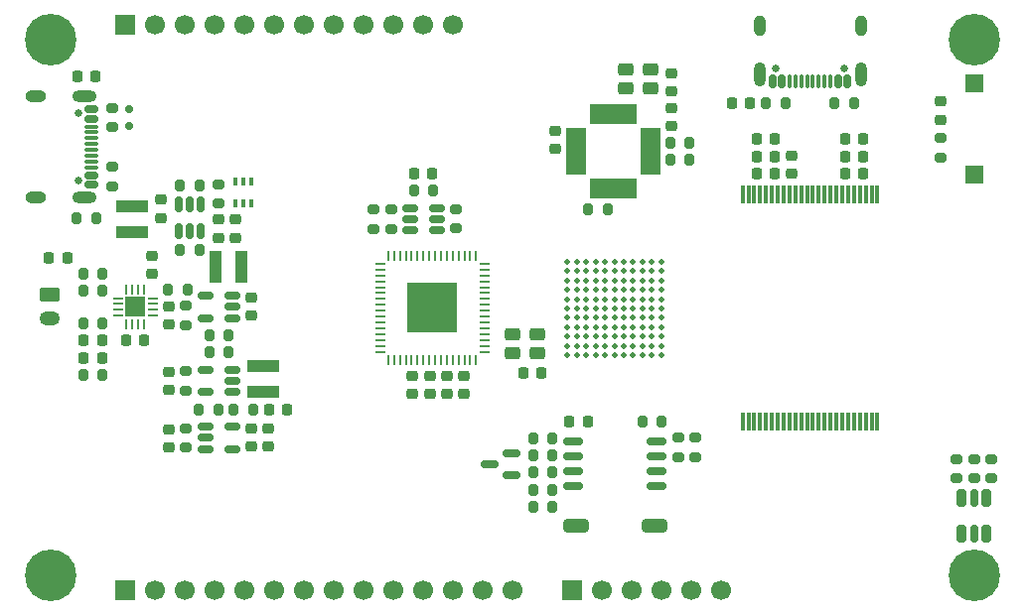
<source format=gbr>
%TF.GenerationSoftware,KiCad,Pcbnew,9.0.3*%
%TF.CreationDate,2025-11-22T17:05:10-05:00*%
%TF.ProjectId,SeedSBC_rev2_0,53656564-5342-4435-9f72-6576325f302e,rev?*%
%TF.SameCoordinates,Original*%
%TF.FileFunction,Soldermask,Top*%
%TF.FilePolarity,Negative*%
%FSLAX46Y46*%
G04 Gerber Fmt 4.6, Leading zero omitted, Abs format (unit mm)*
G04 Created by KiCad (PCBNEW 9.0.3) date 2025-11-22 17:05:10*
%MOMM*%
%LPD*%
G01*
G04 APERTURE LIST*
G04 Aperture macros list*
%AMRoundRect*
0 Rectangle with rounded corners*
0 $1 Rounding radius*
0 $2 $3 $4 $5 $6 $7 $8 $9 X,Y pos of 4 corners*
0 Add a 4 corners polygon primitive as box body*
4,1,4,$2,$3,$4,$5,$6,$7,$8,$9,$2,$3,0*
0 Add four circle primitives for the rounded corners*
1,1,$1+$1,$2,$3*
1,1,$1+$1,$4,$5*
1,1,$1+$1,$6,$7*
1,1,$1+$1,$8,$9*
0 Add four rect primitives between the rounded corners*
20,1,$1+$1,$2,$3,$4,$5,0*
20,1,$1+$1,$4,$5,$6,$7,0*
20,1,$1+$1,$6,$7,$8,$9,0*
20,1,$1+$1,$8,$9,$2,$3,0*%
G04 Aperture macros list end*
%ADD10RoundRect,0.200000X0.275000X-0.200000X0.275000X0.200000X-0.275000X0.200000X-0.275000X-0.200000X0*%
%ADD11RoundRect,0.200000X0.200000X0.275000X-0.200000X0.275000X-0.200000X-0.275000X0.200000X-0.275000X0*%
%ADD12RoundRect,0.200000X-0.275000X0.200000X-0.275000X-0.200000X0.275000X-0.200000X0.275000X0.200000X0*%
%ADD13RoundRect,0.250000X-0.400000X-0.300000X0.400000X-0.300000X0.400000X0.300000X-0.400000X0.300000X0*%
%ADD14RoundRect,0.225000X-0.225000X-0.250000X0.225000X-0.250000X0.225000X0.250000X-0.225000X0.250000X0*%
%ADD15RoundRect,0.218750X-0.256250X0.218750X-0.256250X-0.218750X0.256250X-0.218750X0.256250X0.218750X0*%
%ADD16RoundRect,0.225000X-0.250000X0.225000X-0.250000X-0.225000X0.250000X-0.225000X0.250000X0.225000X0*%
%ADD17RoundRect,0.200000X-0.200000X-0.275000X0.200000X-0.275000X0.200000X0.275000X-0.200000X0.275000X0*%
%ADD18RoundRect,0.150000X0.512500X0.150000X-0.512500X0.150000X-0.512500X-0.150000X0.512500X-0.150000X0*%
%ADD19C,0.500000*%
%ADD20RoundRect,0.150000X-0.200000X0.150000X-0.200000X-0.150000X0.200000X-0.150000X0.200000X0.150000X0*%
%ADD21RoundRect,0.225000X0.250000X-0.225000X0.250000X0.225000X-0.250000X0.225000X-0.250000X-0.225000X0*%
%ADD22RoundRect,0.225000X0.225000X0.250000X-0.225000X0.250000X-0.225000X-0.250000X0.225000X-0.250000X0*%
%ADD23RoundRect,0.150000X0.587500X0.150000X-0.587500X0.150000X-0.587500X-0.150000X0.587500X-0.150000X0*%
%ADD24C,0.700000*%
%ADD25C,4.400000*%
%ADD26C,0.650000*%
%ADD27RoundRect,0.150000X-0.425000X0.150000X-0.425000X-0.150000X0.425000X-0.150000X0.425000X0.150000X0*%
%ADD28RoundRect,0.075000X-0.500000X0.075000X-0.500000X-0.075000X0.500000X-0.075000X0.500000X0.075000X0*%
%ADD29O,2.100000X1.000000*%
%ADD30O,1.800000X1.000000*%
%ADD31R,1.000000X2.700000*%
%ADD32R,2.700000X1.000000*%
%ADD33RoundRect,0.150000X0.150000X0.425000X-0.150000X0.425000X-0.150000X-0.425000X0.150000X-0.425000X0*%
%ADD34RoundRect,0.075000X0.075000X0.500000X-0.075000X0.500000X-0.075000X-0.500000X0.075000X-0.500000X0*%
%ADD35O,1.000000X2.100000*%
%ADD36O,1.000000X1.800000*%
%ADD37RoundRect,0.218750X0.218750X0.256250X-0.218750X0.256250X-0.218750X-0.256250X0.218750X-0.256250X0*%
%ADD38RoundRect,0.250000X0.400000X0.300000X-0.400000X0.300000X-0.400000X-0.300000X0.400000X-0.300000X0*%
%ADD39R,1.500000X1.500000*%
%ADD40RoundRect,0.075000X0.075000X-0.712500X0.075000X0.712500X-0.075000X0.712500X-0.075000X-0.712500X0*%
%ADD41RoundRect,0.150000X-0.512500X-0.150000X0.512500X-0.150000X0.512500X0.150000X-0.512500X0.150000X0*%
%ADD42RoundRect,0.060500X-0.821500X-0.181500X0.821500X-0.181500X0.821500X0.181500X-0.821500X0.181500X0*%
%ADD43RoundRect,0.060500X-0.181500X-0.821500X0.181500X-0.821500X0.181500X0.821500X-0.181500X0.821500X0*%
%ADD44RoundRect,0.150000X0.150000X-0.512500X0.150000X0.512500X-0.150000X0.512500X-0.150000X-0.512500X0*%
%ADD45RoundRect,0.162500X-0.650000X-0.162500X0.650000X-0.162500X0.650000X0.162500X-0.650000X0.162500X0*%
%ADD46RoundRect,0.100000X-0.100000X0.225000X-0.100000X-0.225000X0.100000X-0.225000X0.100000X0.225000X0*%
%ADD47R,1.700000X1.700000*%
%ADD48C,1.700000*%
%ADD49RoundRect,0.062500X-0.337500X-0.062500X0.337500X-0.062500X0.337500X0.062500X-0.337500X0.062500X0*%
%ADD50RoundRect,0.062500X-0.062500X-0.337500X0.062500X-0.337500X0.062500X0.337500X-0.062500X0.337500X0*%
%ADD51R,4.350000X4.350000*%
%ADD52RoundRect,0.250000X0.830000X0.310000X-0.830000X0.310000X-0.830000X-0.310000X0.830000X-0.310000X0*%
%ADD53RoundRect,0.250000X-0.625000X0.350000X-0.625000X-0.350000X0.625000X-0.350000X0.625000X0.350000X0*%
%ADD54O,1.750000X1.200000*%
%ADD55RoundRect,0.062500X-0.350000X-0.062500X0.350000X-0.062500X0.350000X0.062500X-0.350000X0.062500X0*%
%ADD56RoundRect,0.062500X-0.062500X-0.350000X0.062500X-0.350000X0.062500X0.350000X-0.062500X0.350000X0*%
%ADD57R,1.680000X1.680000*%
%ADD58RoundRect,0.160000X0.240000X-0.565000X0.240000X0.565000X-0.240000X0.565000X-0.240000X-0.565000X0*%
%ADD59RoundRect,0.120000X0.180000X-0.605000X0.180000X0.605000X-0.180000X0.605000X-0.180000X-0.605000X0*%
G04 APERTURE END LIST*
D10*
%TO.C,R21*%
X117000000Y-101810000D03*
X117000000Y-100160000D03*
%TD*%
D11*
%TO.C,R14*%
X152930000Y-91930000D03*
X151280000Y-91930000D03*
%TD*%
D12*
%TO.C,R54*%
X116974100Y-110635500D03*
X116974100Y-112285500D03*
%TD*%
D13*
%TO.C,Y2*%
X144850000Y-104230000D03*
X146950000Y-104230000D03*
X146950000Y-102580000D03*
X144850000Y-102580000D03*
%TD*%
D14*
%TO.C,C41*%
X173160000Y-87410000D03*
X174710000Y-87410000D03*
%TD*%
D11*
%TO.C,R25*%
X159930000Y-86260000D03*
X158280000Y-86260000D03*
%TD*%
D15*
%TO.C,L6*%
X122562500Y-110622500D03*
X122562500Y-112197500D03*
%TD*%
D16*
%TO.C,C61*%
X148480000Y-85221180D03*
X148480000Y-86771180D03*
%TD*%
D17*
%TO.C,R8*%
X118957500Y-104155000D03*
X120607500Y-104155000D03*
%TD*%
%TO.C,R1*%
X107675000Y-92660000D03*
X109325000Y-92660000D03*
%TD*%
D12*
%TO.C,R31*%
X181300000Y-85875000D03*
X181300000Y-87525000D03*
%TD*%
D14*
%TO.C,C60*%
X136447500Y-88880000D03*
X137997500Y-88880000D03*
%TD*%
D16*
%TO.C,C40*%
X137750000Y-106130000D03*
X137750000Y-107680000D03*
%TD*%
D12*
%TO.C,R50*%
X132990000Y-91945000D03*
X132990000Y-93595000D03*
%TD*%
D14*
%TO.C,C45*%
X105320000Y-96070000D03*
X106870000Y-96070000D03*
%TD*%
D18*
%TO.C,U11*%
X120937500Y-101210000D03*
X120937500Y-100260000D03*
X120937500Y-99310000D03*
X118662500Y-99310000D03*
X118662500Y-101210000D03*
%TD*%
D12*
%TO.C,R38*%
X119740000Y-89805000D03*
X119740000Y-91455000D03*
%TD*%
D19*
%TO.C,U2*%
X149500000Y-96400000D03*
X150300000Y-96400000D03*
X151100000Y-96400000D03*
X151900000Y-96400000D03*
X152700000Y-96400000D03*
X153500000Y-96400000D03*
X154300000Y-96400000D03*
X155100000Y-96400000D03*
X155900000Y-96400000D03*
X156700000Y-96400000D03*
X157500000Y-96400000D03*
X149500000Y-97200000D03*
X150300000Y-97200000D03*
X151100000Y-97200000D03*
X151900000Y-97200000D03*
X152700000Y-97200000D03*
X153500000Y-97200000D03*
X154300000Y-97200000D03*
X155100000Y-97200000D03*
X155900000Y-97200000D03*
X156700000Y-97200000D03*
X157500000Y-97200000D03*
X149500000Y-98000000D03*
X150300000Y-98000000D03*
X151100000Y-98000000D03*
X151900000Y-98000000D03*
X152700000Y-98000000D03*
X153500000Y-98000000D03*
X154300000Y-98000000D03*
X155100000Y-98000000D03*
X155900000Y-98000000D03*
X156700000Y-98000000D03*
X157500000Y-98000000D03*
X149500000Y-98800000D03*
X150300000Y-98800000D03*
X151100000Y-98800000D03*
X151900000Y-98800000D03*
X152700000Y-98800000D03*
X153500000Y-98800000D03*
X154300000Y-98800000D03*
X155100000Y-98800000D03*
X155900000Y-98800000D03*
X156700000Y-98800000D03*
X157500000Y-98800000D03*
X149500000Y-99600000D03*
X150300000Y-99600000D03*
X151100000Y-99600000D03*
X151900000Y-99600000D03*
X152700000Y-99600000D03*
X153500000Y-99600000D03*
X154300000Y-99600000D03*
X155100000Y-99600000D03*
X155900000Y-99600000D03*
X156700000Y-99600000D03*
X157500000Y-99600000D03*
X149500000Y-100400000D03*
X150300000Y-100400000D03*
X151100000Y-100400000D03*
X151900000Y-100400000D03*
X152700000Y-100400000D03*
X153500000Y-100400000D03*
X154300000Y-100400000D03*
X155100000Y-100400000D03*
X155900000Y-100400000D03*
X156700000Y-100400000D03*
X157500000Y-100400000D03*
X149500000Y-101200000D03*
X150300000Y-101200000D03*
X151100000Y-101200000D03*
X151900000Y-101200000D03*
X152700000Y-101200000D03*
X153500000Y-101200000D03*
X154300000Y-101200000D03*
X155100000Y-101200000D03*
X155900000Y-101200000D03*
X156700000Y-101200000D03*
X157500000Y-101200000D03*
X149500000Y-102000000D03*
X150300000Y-102000000D03*
X151100000Y-102000000D03*
X151900000Y-102000000D03*
X152700000Y-102000000D03*
X153500000Y-102000000D03*
X154300000Y-102000000D03*
X155100000Y-102000000D03*
X155900000Y-102000000D03*
X156700000Y-102000000D03*
X157500000Y-102000000D03*
X149500000Y-102800000D03*
X150300000Y-102800000D03*
X151100000Y-102800000D03*
X151900000Y-102800000D03*
X152700000Y-102800000D03*
X153500000Y-102800000D03*
X154300000Y-102800000D03*
X155100000Y-102800000D03*
X155900000Y-102800000D03*
X156700000Y-102800000D03*
X157500000Y-102800000D03*
X149500000Y-103600000D03*
X150300000Y-103600000D03*
X151100000Y-103600000D03*
X151900000Y-103600000D03*
X152700000Y-103600000D03*
X153500000Y-103600000D03*
X154300000Y-103600000D03*
X155100000Y-103600000D03*
X155900000Y-103600000D03*
X156700000Y-103600000D03*
X157500000Y-103600000D03*
X149500000Y-104400000D03*
X150300000Y-104400000D03*
X151100000Y-104400000D03*
X151900000Y-104400000D03*
X152700000Y-104400000D03*
X153500000Y-104400000D03*
X154300000Y-104400000D03*
X155100000Y-104400000D03*
X155900000Y-104400000D03*
X156700000Y-104400000D03*
X157500000Y-104400000D03*
%TD*%
D20*
%TO.C,D1*%
X112140000Y-84810000D03*
X112140000Y-83410000D03*
%TD*%
D10*
%TO.C,R29*%
X117000000Y-107405000D03*
X117000000Y-105755000D03*
%TD*%
D12*
%TO.C,R32*%
X182690000Y-113255000D03*
X182690000Y-114905000D03*
%TD*%
D14*
%TO.C,C56*%
X173160000Y-88870000D03*
X174710000Y-88870000D03*
%TD*%
D17*
%TO.C,R4*%
X115450000Y-98780000D03*
X117100000Y-98780000D03*
%TD*%
D21*
%TO.C,C64*%
X114070000Y-97430000D03*
X114070000Y-95880000D03*
%TD*%
D16*
%TO.C,C8*%
X115514100Y-110685500D03*
X115514100Y-112235500D03*
%TD*%
D22*
%TO.C,C67*%
X165080000Y-82840000D03*
X163530000Y-82840000D03*
%TD*%
D12*
%TO.C,R34*%
X184150000Y-113250000D03*
X184150000Y-114900000D03*
%TD*%
D21*
%TO.C,C10*%
X124024100Y-112195500D03*
X124024100Y-110645500D03*
%TD*%
D17*
%TO.C,R13*%
X118070000Y-109010000D03*
X119720000Y-109010000D03*
%TD*%
D18*
%TO.C,U7*%
X138365000Y-93720000D03*
X138365000Y-92770000D03*
X138365000Y-91820000D03*
X136090000Y-91820000D03*
X136090000Y-92770000D03*
X136090000Y-93720000D03*
%TD*%
D11*
%TO.C,R36*%
X148225000Y-112930000D03*
X146575000Y-112930000D03*
%TD*%
%TO.C,R42*%
X148225000Y-111470000D03*
X146575000Y-111470000D03*
%TD*%
D12*
%TO.C,R49*%
X134450000Y-91945000D03*
X134450000Y-93595000D03*
%TD*%
D22*
%TO.C,C33*%
X167185000Y-87410000D03*
X165635000Y-87410000D03*
%TD*%
D23*
%TO.C,Q2*%
X144755000Y-114630000D03*
X144755000Y-112730000D03*
X142880000Y-113680000D03*
%TD*%
D24*
%TO.C,H1*%
X103760000Y-77470000D03*
X104243274Y-76303274D03*
X104243274Y-78636726D03*
X105410000Y-75820000D03*
D25*
X105410000Y-77470000D03*
D24*
X105410000Y-79120000D03*
X106576726Y-76303274D03*
X106576726Y-78636726D03*
X107060000Y-77470000D03*
%TD*%
D26*
%TO.C,J6*%
X107820000Y-83726000D03*
X107820000Y-89506000D03*
D27*
X108895000Y-83416000D03*
X108895000Y-84216000D03*
D28*
X108895000Y-85366000D03*
X108895000Y-86366000D03*
X108895000Y-86866000D03*
X108895000Y-87866000D03*
D27*
X108895000Y-89016000D03*
X108895000Y-89816000D03*
X108895000Y-89816000D03*
X108895000Y-89016000D03*
D28*
X108895000Y-88366000D03*
X108895000Y-87366000D03*
X108895000Y-85866000D03*
X108895000Y-84866000D03*
D27*
X108895000Y-84216000D03*
X108895000Y-83416000D03*
D29*
X108320000Y-82296000D03*
D30*
X104140000Y-82296000D03*
D29*
X108320000Y-90936000D03*
D30*
X104140000Y-90936000D03*
%TD*%
D31*
%TO.C,L1*%
X119530000Y-96815000D03*
X121730000Y-96815000D03*
%TD*%
D14*
%TO.C,C9*%
X124035000Y-109010000D03*
X125585000Y-109010000D03*
%TD*%
%TO.C,C4*%
X111890000Y-103120000D03*
X113440000Y-103120000D03*
%TD*%
D32*
%TO.C,L2*%
X123572000Y-105338000D03*
X123572000Y-107538000D03*
%TD*%
D16*
%TO.C,C42*%
X139210000Y-106130000D03*
X139210000Y-107680000D03*
%TD*%
D14*
%TO.C,C15*%
X173160000Y-85950000D03*
X174710000Y-85950000D03*
%TD*%
D11*
%TO.C,R26*%
X168090000Y-82830000D03*
X166440000Y-82830000D03*
%TD*%
D24*
%TO.C,H2*%
X182500000Y-77470000D03*
X182983274Y-76303274D03*
X182983274Y-78636726D03*
X184150000Y-75820000D03*
D25*
X184150000Y-77470000D03*
D24*
X184150000Y-79120000D03*
X185316726Y-76303274D03*
X185316726Y-78636726D03*
X185800000Y-77470000D03*
%TD*%
D11*
%TO.C,R40*%
X148230000Y-117310000D03*
X146580000Y-117310000D03*
%TD*%
D26*
%TO.C,J7*%
X173070000Y-79945000D03*
X167290000Y-79945000D03*
D33*
X173380000Y-81020000D03*
X172580000Y-81020000D03*
D34*
X171430000Y-81020000D03*
X170430000Y-81020000D03*
X169930000Y-81020000D03*
X168930000Y-81020000D03*
D33*
X167780000Y-81020000D03*
X166980000Y-81020000D03*
X166980000Y-81020000D03*
X167780000Y-81020000D03*
D34*
X168430000Y-81020000D03*
X169430000Y-81020000D03*
X170930000Y-81020000D03*
X171930000Y-81020000D03*
D33*
X172580000Y-81020000D03*
X173380000Y-81020000D03*
D35*
X174500000Y-80445000D03*
D36*
X174500000Y-76265000D03*
D35*
X165860000Y-80445000D03*
D36*
X165860000Y-76265000D03*
%TD*%
D12*
%TO.C,R33*%
X185620000Y-113260000D03*
X185620000Y-114910000D03*
%TD*%
D16*
%TO.C,C16*%
X114880000Y-91105000D03*
X114880000Y-92655000D03*
%TD*%
D17*
%TO.C,R12*%
X121030000Y-109010000D03*
X122680000Y-109010000D03*
%TD*%
D37*
%TO.C,D6*%
X109857500Y-104590000D03*
X108282500Y-104590000D03*
%TD*%
D38*
%TO.C,Y3*%
X156580000Y-79980000D03*
X154480000Y-79980000D03*
X154480000Y-81630000D03*
X156580000Y-81630000D03*
%TD*%
D24*
%TO.C,H3*%
X182500000Y-123190000D03*
X182983274Y-122023274D03*
X182983274Y-124356726D03*
X184150000Y-121540000D03*
D25*
X184150000Y-123190000D03*
D24*
X184150000Y-124840000D03*
X185316726Y-122023274D03*
X185316726Y-124356726D03*
X185800000Y-123190000D03*
%TD*%
D18*
%TO.C,U1*%
X120910000Y-107530000D03*
X120910000Y-106580000D03*
X120910000Y-105630000D03*
X118635000Y-105630000D03*
X118635000Y-107530000D03*
%TD*%
D39*
%TO.C,SW1*%
X184150000Y-81190000D03*
X184150000Y-88990000D03*
%TD*%
D11*
%TO.C,R48*%
X138047500Y-90340000D03*
X136397500Y-90340000D03*
%TD*%
D16*
%TO.C,C7*%
X115540000Y-105800000D03*
X115540000Y-107350000D03*
%TD*%
D11*
%TO.C,R5*%
X109888000Y-97400000D03*
X108238000Y-97400000D03*
%TD*%
D16*
%TO.C,C6*%
X122577500Y-99475000D03*
X122577500Y-101025000D03*
%TD*%
D40*
%TO.C,U6*%
X164430000Y-110017500D03*
X164930000Y-110017500D03*
X165430000Y-110017500D03*
X165930000Y-110017500D03*
X166430000Y-110017500D03*
X166930000Y-110017500D03*
X167430000Y-110017500D03*
X167930000Y-110017500D03*
X168430000Y-110017500D03*
X168930000Y-110017500D03*
X169430000Y-110017500D03*
X169930000Y-110017500D03*
X170430000Y-110017500D03*
X170930000Y-110017500D03*
X171430000Y-110017500D03*
X171930000Y-110017500D03*
X172430000Y-110017500D03*
X172930000Y-110017500D03*
X173430000Y-110017500D03*
X173930000Y-110017500D03*
X174430000Y-110017500D03*
X174930000Y-110017500D03*
X175430000Y-110017500D03*
X175930000Y-110017500D03*
X175930000Y-90642500D03*
X175430000Y-90642500D03*
X174930000Y-90642500D03*
X174430000Y-90642500D03*
X173930000Y-90642500D03*
X173430000Y-90642500D03*
X172930000Y-90642500D03*
X172430000Y-90642500D03*
X171930000Y-90642500D03*
X171430000Y-90642500D03*
X170930000Y-90642500D03*
X170430000Y-90642500D03*
X169930000Y-90642500D03*
X169430000Y-90642500D03*
X168930000Y-90642500D03*
X168430000Y-90642500D03*
X167930000Y-90642500D03*
X167430000Y-90642500D03*
X166930000Y-90642500D03*
X166430000Y-90642500D03*
X165930000Y-90642500D03*
X165430000Y-90642500D03*
X164930000Y-90642500D03*
X164430000Y-90642500D03*
%TD*%
D16*
%TO.C,C34*%
X119740000Y-92810000D03*
X119740000Y-94360000D03*
%TD*%
D17*
%TO.C,R55*%
X116480000Y-95440000D03*
X118130000Y-95440000D03*
%TD*%
D41*
%TO.C,U10*%
X118642500Y-110487500D03*
X118642500Y-111437500D03*
X118642500Y-112387500D03*
X120917500Y-112387500D03*
X120917500Y-110487500D03*
%TD*%
D16*
%TO.C,C43*%
X140670000Y-106130000D03*
X140670000Y-107680000D03*
%TD*%
D17*
%TO.C,R6*%
X108240000Y-106050000D03*
X109890000Y-106050000D03*
%TD*%
D42*
%TO.C,U5*%
X150236000Y-85245000D03*
X150236000Y-85745000D03*
X150236000Y-86245000D03*
X150236000Y-86745000D03*
X150236000Y-87245000D03*
X150236000Y-87745000D03*
X150236000Y-88245000D03*
X150236000Y-88745000D03*
D43*
X151666000Y-90175000D03*
X152166000Y-90175000D03*
X152666000Y-90175000D03*
X153166000Y-90175000D03*
X153666000Y-90175000D03*
X154166000Y-90175000D03*
X154666000Y-90175000D03*
X155166000Y-90175000D03*
D42*
X156596000Y-88745000D03*
X156596000Y-88245000D03*
X156596000Y-87745000D03*
X156596000Y-87245000D03*
X156596000Y-86745000D03*
X156596000Y-86245000D03*
X156596000Y-85745000D03*
X156596000Y-85245000D03*
D43*
X155166000Y-83815000D03*
X154666000Y-83815000D03*
X154166000Y-83815000D03*
X153666000Y-83815000D03*
X153166000Y-83815000D03*
X152666000Y-83815000D03*
X152166000Y-83815000D03*
X151666000Y-83815000D03*
%TD*%
D11*
%TO.C,R41*%
X148225000Y-115850000D03*
X146575000Y-115850000D03*
%TD*%
D17*
%TO.C,R22*%
X155897500Y-110025000D03*
X157547500Y-110025000D03*
%TD*%
D44*
%TO.C,U4*%
X116360000Y-93795000D03*
X117310000Y-93795000D03*
X118260000Y-93795000D03*
X118260000Y-91520000D03*
X117310000Y-91520000D03*
X116360000Y-91520000D03*
%TD*%
D17*
%TO.C,R7*%
X108240000Y-101660000D03*
X109890000Y-101660000D03*
%TD*%
D15*
%TO.C,L4*%
X168620000Y-87340000D03*
X168620000Y-88915000D03*
%TD*%
D45*
%TO.C,U3*%
X149942500Y-111755000D03*
X149942500Y-113025000D03*
X149942500Y-114295000D03*
X149942500Y-115565000D03*
X157117500Y-115565000D03*
X157117500Y-114295000D03*
X157117500Y-113025000D03*
X157117500Y-111755000D03*
%TD*%
D14*
%TO.C,C3*%
X107720000Y-80570000D03*
X109270000Y-80570000D03*
%TD*%
D46*
%TO.C,U12*%
X122520000Y-89560000D03*
X121870000Y-89560000D03*
X121220000Y-89560000D03*
X121220000Y-91460000D03*
X121870000Y-91460000D03*
X122520000Y-91460000D03*
%TD*%
D22*
%TO.C,C39*%
X167185000Y-88870000D03*
X165635000Y-88870000D03*
%TD*%
D11*
%TO.C,R9*%
X120607500Y-102695000D03*
X118957500Y-102695000D03*
%TD*%
D47*
%TO.C,J1*%
X111760000Y-76200000D03*
D48*
X114300000Y-76200000D03*
X116840000Y-76200000D03*
X119380000Y-76200000D03*
X121920000Y-76200000D03*
X124460000Y-76200000D03*
X127000000Y-76200000D03*
X129540000Y-76200000D03*
X132080000Y-76200000D03*
X134620000Y-76200000D03*
X137160000Y-76200000D03*
X139700000Y-76200000D03*
%TD*%
D10*
%TO.C,R16*%
X160377500Y-113065000D03*
X160377500Y-111415000D03*
%TD*%
%TO.C,R18*%
X158917500Y-113055000D03*
X158917500Y-111405000D03*
%TD*%
%TO.C,R10*%
X110710000Y-84920000D03*
X110710000Y-83270000D03*
%TD*%
D24*
%TO.C,H4*%
X103760000Y-123190000D03*
X104243274Y-122023274D03*
X104243274Y-124356726D03*
X105410000Y-121540000D03*
D25*
X105410000Y-123190000D03*
D24*
X105410000Y-124840000D03*
X106576726Y-122023274D03*
X106576726Y-124356726D03*
X107060000Y-123190000D03*
%TD*%
D49*
%TO.C,U8*%
X133520000Y-96580000D03*
X133520000Y-97080000D03*
X133520000Y-97580000D03*
X133520000Y-98080000D03*
X133520000Y-98580000D03*
X133520000Y-99080000D03*
X133520000Y-99580000D03*
X133520000Y-100080000D03*
X133520000Y-100580000D03*
X133520000Y-101080000D03*
X133520000Y-101580000D03*
X133520000Y-102080000D03*
X133520000Y-102580000D03*
X133520000Y-103080000D03*
X133520000Y-103580000D03*
X133520000Y-104080000D03*
D50*
X134220000Y-104780000D03*
X134720000Y-104780000D03*
X135220000Y-104780000D03*
X135720000Y-104780000D03*
X136220000Y-104780000D03*
X136720000Y-104780000D03*
X137220000Y-104780000D03*
X137720000Y-104780000D03*
X138220000Y-104780000D03*
X138720000Y-104780000D03*
X139220000Y-104780000D03*
X139720000Y-104780000D03*
X140220000Y-104780000D03*
X140720000Y-104780000D03*
X141220000Y-104780000D03*
X141720000Y-104780000D03*
D49*
X142420000Y-104080000D03*
X142420000Y-103580000D03*
X142420000Y-103080000D03*
X142420000Y-102580000D03*
X142420000Y-102080000D03*
X142420000Y-101580000D03*
X142420000Y-101080000D03*
X142420000Y-100580000D03*
X142420000Y-100080000D03*
X142420000Y-99580000D03*
X142420000Y-99080000D03*
X142420000Y-98580000D03*
X142420000Y-98080000D03*
X142420000Y-97580000D03*
X142420000Y-97080000D03*
X142420000Y-96580000D03*
D50*
X141720000Y-95880000D03*
X141220000Y-95880000D03*
X140720000Y-95880000D03*
X140220000Y-95880000D03*
X139720000Y-95880000D03*
X139220000Y-95880000D03*
X138720000Y-95880000D03*
X138220000Y-95880000D03*
X137720000Y-95880000D03*
X137220000Y-95880000D03*
X136720000Y-95880000D03*
X136220000Y-95880000D03*
X135720000Y-95880000D03*
X135220000Y-95880000D03*
X134720000Y-95880000D03*
X134220000Y-95880000D03*
D51*
X137970000Y-100330000D03*
%TD*%
D32*
%TO.C,L3*%
X112400000Y-91650000D03*
X112400000Y-93850000D03*
%TD*%
D21*
%TO.C,C66*%
X158370000Y-81855000D03*
X158370000Y-80305000D03*
%TD*%
D52*
%TO.C,JP2*%
X156945000Y-118920000D03*
X150215000Y-118920000D03*
%TD*%
D16*
%TO.C,C38*%
X136290000Y-106130000D03*
X136290000Y-107680000D03*
%TD*%
D17*
%TO.C,R27*%
X172270000Y-82830000D03*
X173920000Y-82830000D03*
%TD*%
D11*
%TO.C,R53*%
X109890000Y-98860000D03*
X108240000Y-98860000D03*
%TD*%
D10*
%TO.C,R37*%
X140010000Y-93575000D03*
X140010000Y-91925000D03*
%TD*%
D47*
%TO.C,J4*%
X149860000Y-124460000D03*
D48*
X152400000Y-124460000D03*
X154940000Y-124460000D03*
X157480000Y-124460000D03*
X160020000Y-124460000D03*
X162560000Y-124460000D03*
%TD*%
D16*
%TO.C,C5*%
X115530000Y-100210000D03*
X115530000Y-101760000D03*
%TD*%
D14*
%TO.C,C14*%
X145740000Y-105890000D03*
X147290000Y-105890000D03*
%TD*%
D21*
%TO.C,C68*%
X158360000Y-84825000D03*
X158360000Y-83275000D03*
%TD*%
D53*
%TO.C,J3*%
X105390000Y-99250000D03*
D54*
X105390000Y-101250000D03*
%TD*%
D12*
%TO.C,R11*%
X110720000Y-88310000D03*
X110720000Y-89960000D03*
%TD*%
D55*
%TO.C,U9*%
X111207500Y-99510000D03*
X111207500Y-100010000D03*
X111207500Y-100510000D03*
X111207500Y-101010000D03*
D56*
X111920000Y-101722500D03*
X112420000Y-101722500D03*
X112920000Y-101722500D03*
X113420000Y-101722500D03*
D55*
X114132500Y-101010000D03*
X114132500Y-100510000D03*
X114132500Y-100010000D03*
X114132500Y-99510000D03*
D56*
X113420000Y-98797500D03*
X112920000Y-98797500D03*
X112420000Y-98797500D03*
X111920000Y-98797500D03*
D57*
X112670000Y-100260000D03*
%TD*%
D47*
%TO.C,J8*%
X111760000Y-124460000D03*
D48*
X114300000Y-124460000D03*
X116840000Y-124460000D03*
X119380000Y-124460000D03*
X121920000Y-124460000D03*
X124460000Y-124460000D03*
X127000000Y-124460000D03*
X129540000Y-124460000D03*
X132080000Y-124460000D03*
X134620000Y-124460000D03*
X137160000Y-124460000D03*
X139700000Y-124460000D03*
X142240000Y-124460000D03*
X144780000Y-124460000D03*
%TD*%
D22*
%TO.C,C55*%
X167185000Y-85940000D03*
X165635000Y-85940000D03*
%TD*%
D17*
%TO.C,R39*%
X116490000Y-89880000D03*
X118140000Y-89880000D03*
%TD*%
D37*
%TO.C,D2*%
X109855000Y-103130000D03*
X108280000Y-103130000D03*
%TD*%
D11*
%TO.C,R17*%
X148220000Y-114390000D03*
X146570000Y-114390000D03*
%TD*%
D58*
%TO.C,D3*%
X183100000Y-119635000D03*
D59*
X184150000Y-119635000D03*
D58*
X185200000Y-119635000D03*
X185200000Y-116585000D03*
D59*
X184150000Y-116585000D03*
D58*
X183100000Y-116585000D03*
%TD*%
D11*
%TO.C,R15*%
X159930000Y-87720000D03*
X158280000Y-87720000D03*
%TD*%
D16*
%TO.C,C35*%
X121200000Y-92810000D03*
X121200000Y-94360000D03*
%TD*%
D37*
%TO.C,D4*%
X151220000Y-110030000D03*
X149645000Y-110030000D03*
%TD*%
D21*
%TO.C,C13*%
X181300000Y-84275000D03*
X181300000Y-82725000D03*
%TD*%
M02*

</source>
